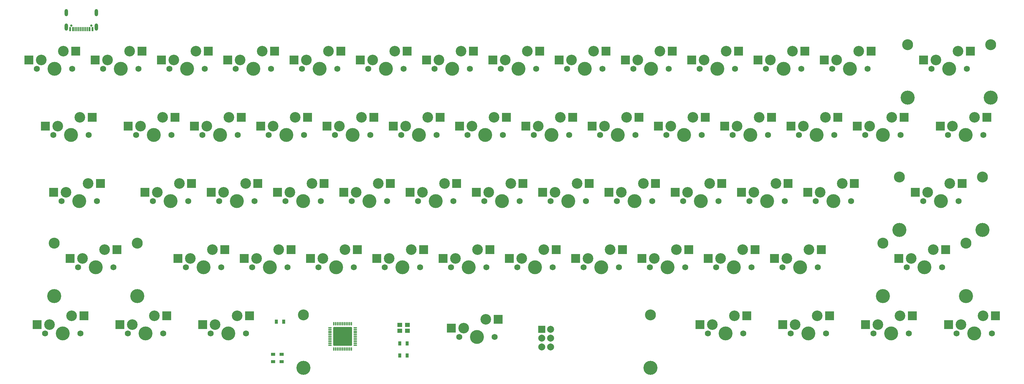
<source format=gbr>
%TF.GenerationSoftware,KiCad,Pcbnew,(6.0.8)*%
%TF.CreationDate,2022-12-31T11:57:47+00:00*%
%TF.ProjectId,USBKB,5553424b-422e-46b6-9963-61645f706362,rev?*%
%TF.SameCoordinates,Original*%
%TF.FileFunction,Soldermask,Top*%
%TF.FilePolarity,Negative*%
%FSLAX46Y46*%
G04 Gerber Fmt 4.6, Leading zero omitted, Abs format (unit mm)*
G04 Created by KiCad (PCBNEW (6.0.8)) date 2022-12-31 11:57:47*
%MOMM*%
%LPD*%
G01*
G04 APERTURE LIST*
G04 Aperture macros list*
%AMRoundRect*
0 Rectangle with rounded corners*
0 $1 Rounding radius*
0 $2 $3 $4 $5 $6 $7 $8 $9 X,Y pos of 4 corners*
0 Add a 4 corners polygon primitive as box body*
4,1,4,$2,$3,$4,$5,$6,$7,$8,$9,$2,$3,0*
0 Add four circle primitives for the rounded corners*
1,1,$1+$1,$2,$3*
1,1,$1+$1,$4,$5*
1,1,$1+$1,$6,$7*
1,1,$1+$1,$8,$9*
0 Add four rect primitives between the rounded corners*
20,1,$1+$1,$2,$3,$4,$5,0*
20,1,$1+$1,$4,$5,$6,$7,0*
20,1,$1+$1,$6,$7,$8,$9,0*
20,1,$1+$1,$8,$9,$2,$3,0*%
G04 Aperture macros list end*
%ADD10C,3.050000*%
%ADD11C,1.750000*%
%ADD12C,4.000000*%
%ADD13R,2.550000X2.500000*%
%ADD14C,4.038600*%
%ADD15C,3.150000*%
%ADD16O,1.000000X2.100000*%
%ADD17C,0.650000*%
%ADD18R,0.600000X1.150000*%
%ADD19R,0.300000X1.150000*%
%ADD20R,1.300000X0.900000*%
%ADD21R,0.900000X1.300000*%
%ADD22R,2.000000X2.000000*%
%ADD23C,2.000000*%
%ADD24O,1.150000X0.300000*%
%ADD25O,0.300000X1.150000*%
%ADD26RoundRect,0.200000X-2.500000X-2.500000X2.500000X-2.500000X2.500000X2.500000X-2.500000X2.500000X0*%
%ADD27R,1.400000X1.200000*%
G04 APERTURE END LIST*
D10*
%TO.C,KSEVEN1*%
X162716180Y-36410000D03*
D11*
X161446180Y-38950000D03*
X171606180Y-38950000D03*
D10*
X169066180Y-33870000D03*
D12*
X166526180Y-38950000D03*
D13*
X172616180Y-33870000D03*
X159166180Y-36410000D03*
%TD*%
D10*
%TO.C,KBSPACE1*%
X286541005Y-36410000D03*
D12*
X290351005Y-38950000D03*
D14*
X302289005Y-47205000D03*
X278413005Y-47205000D03*
D15*
X302289005Y-31965000D03*
D10*
X292891005Y-33870000D03*
D11*
X295431005Y-38950000D03*
X285271005Y-38950000D03*
D15*
X278413005Y-31965000D03*
D13*
X296441005Y-33870000D03*
X282991005Y-36410000D03*
%TD*%
D11*
%TO.C,KE1*%
X104930003Y-58000000D03*
D10*
X102390003Y-52920000D03*
D12*
X99850003Y-58000000D03*
D11*
X94770003Y-58000000D03*
D10*
X96040003Y-55460000D03*
D13*
X105940003Y-52920000D03*
X92490003Y-55460000D03*
%TD*%
D10*
%TO.C,KBSLASH1*%
X291302005Y-55460000D03*
X297652005Y-52920000D03*
D11*
X290032005Y-58000000D03*
D12*
X295112005Y-58000000D03*
D11*
X300192005Y-58000000D03*
D13*
X301202005Y-52920000D03*
X287752005Y-55460000D03*
%TD*%
D10*
%TO.C,KA1*%
X69053005Y-71970000D03*
D11*
X61433005Y-77050000D03*
D12*
X66513005Y-77050000D03*
D11*
X71593005Y-77050000D03*
D10*
X62703005Y-74510000D03*
D13*
X72603005Y-71970000D03*
X59153005Y-74510000D03*
%TD*%
D15*
%TO.C,KSPACE1*%
X204466505Y-109800000D03*
D10*
X157159005Y-111070000D03*
D15*
X104771505Y-109800000D03*
D11*
X159699005Y-116150000D03*
X149539005Y-116150000D03*
D12*
X154619005Y-116150000D03*
D14*
X104771505Y-125040000D03*
D10*
X150809005Y-113610000D03*
D14*
X204466505Y-125040000D03*
D13*
X160709005Y-111070000D03*
X147259005Y-113610000D03*
%TD*%
D10*
%TO.C,KC1*%
X116678005Y-91020000D03*
X110328005Y-93560000D03*
D11*
X119218005Y-96100000D03*
D12*
X114138005Y-96100000D03*
D11*
X109058005Y-96100000D03*
D13*
X120228005Y-91020000D03*
X106778005Y-93560000D03*
%TD*%
D10*
%TO.C,KS1*%
X81753005Y-74510000D03*
X88103005Y-71970000D03*
D12*
X85563005Y-77050000D03*
D11*
X80483005Y-77050000D03*
X90643005Y-77050000D03*
D13*
X91653005Y-71970000D03*
X78203005Y-74510000D03*
%TD*%
D11*
%TO.C,KF1*%
X118583005Y-77050000D03*
D12*
X123663005Y-77050000D03*
D10*
X119853005Y-74510000D03*
X126203005Y-71970000D03*
D11*
X128743005Y-77050000D03*
D13*
X129753005Y-71970000D03*
X116303005Y-74510000D03*
%TD*%
D10*
%TO.C,KY1*%
X159540000Y-52920000D03*
D11*
X151920000Y-58000000D03*
D10*
X153190000Y-55460000D03*
D12*
X157000000Y-58000000D03*
D11*
X162080000Y-58000000D03*
D13*
X163090000Y-52920000D03*
X149640000Y-55460000D03*
%TD*%
D11*
%TO.C,KCAPS1*%
X35239005Y-77050000D03*
D10*
X36509005Y-74510000D03*
X42859005Y-71970000D03*
D12*
X40319005Y-77050000D03*
D11*
X45399005Y-77050000D03*
D13*
X46409005Y-71970000D03*
X32959005Y-74510000D03*
%TD*%
D10*
%TO.C,KL1*%
X215103005Y-74510000D03*
D11*
X213833005Y-77050000D03*
D12*
X218913005Y-77050000D03*
D10*
X221453005Y-71970000D03*
D11*
X223993005Y-77050000D03*
D13*
X225003005Y-71970000D03*
X211553005Y-74510000D03*
%TD*%
D11*
%TO.C,KB1*%
X157318005Y-96100000D03*
D10*
X154778005Y-91020000D03*
D12*
X152238005Y-96100000D03*
D11*
X147158005Y-96100000D03*
D10*
X148428005Y-93560000D03*
D13*
X158328005Y-91020000D03*
X144878005Y-93560000D03*
%TD*%
D10*
%TO.C,KEIGHT1*%
X181766205Y-36410000D03*
D11*
X190656205Y-38950000D03*
D10*
X188116205Y-33870000D03*
D11*
X180496205Y-38950000D03*
D12*
X185576205Y-38950000D03*
D13*
X191666205Y-33870000D03*
X178216205Y-36410000D03*
%TD*%
D10*
%TO.C,KRALT1*%
X228596005Y-110070000D03*
D11*
X220976005Y-115150000D03*
D10*
X222246005Y-112610000D03*
D11*
X231136005Y-115150000D03*
D12*
X226056005Y-115150000D03*
D13*
X232146005Y-110070000D03*
X218696005Y-112610000D03*
%TD*%
D10*
%TO.C,KU1*%
X178589999Y-52920000D03*
X172239999Y-55460000D03*
D12*
X176049999Y-58000000D03*
D11*
X181129999Y-58000000D03*
X170969999Y-58000000D03*
D13*
X182139999Y-52920000D03*
X168689999Y-55460000D03*
%TD*%
D16*
%TO.C,U1*%
X45220002Y-22765000D03*
X36580002Y-26945000D03*
X36580002Y-22765000D03*
D17*
X38010002Y-26445000D03*
X43790002Y-26445000D03*
D16*
X45220002Y-26945000D03*
D18*
X44100002Y-27520000D03*
X43300002Y-27520000D03*
D19*
X42150002Y-27520000D03*
X41150002Y-27520000D03*
X40650002Y-27520000D03*
X39650002Y-27520000D03*
D18*
X37700002Y-27520000D03*
X38500002Y-27520000D03*
D19*
X39150002Y-27520000D03*
X40150002Y-27520000D03*
X41650002Y-27520000D03*
X42650002Y-27520000D03*
%TD*%
D11*
%TO.C,KJ1*%
X185893005Y-77050000D03*
D10*
X183353005Y-71970000D03*
D11*
X175733005Y-77050000D03*
D12*
X180813005Y-77050000D03*
D10*
X177003005Y-74510000D03*
D13*
X186903005Y-71970000D03*
X173453005Y-74510000D03*
%TD*%
D11*
%TO.C,KSC1*%
X243043005Y-77050000D03*
D12*
X237963005Y-77050000D03*
D10*
X234153005Y-74510000D03*
X240503005Y-71970000D03*
D11*
X232883005Y-77050000D03*
D13*
X244053005Y-71970000D03*
X230603005Y-74510000D03*
%TD*%
D11*
%TO.C,KRB1*%
X266219994Y-58000000D03*
D12*
X271299994Y-58000000D03*
D10*
X267489994Y-55460000D03*
D11*
X276379994Y-58000000D03*
D10*
X273839994Y-52920000D03*
D13*
X277389994Y-52920000D03*
X263939994Y-55460000D03*
%TD*%
D11*
%TO.C,KZERO1*%
X218596255Y-38950000D03*
D12*
X223676255Y-38950000D03*
D10*
X226216255Y-33870000D03*
D11*
X228756255Y-38950000D03*
D10*
X219866255Y-36410000D03*
D13*
X229766255Y-33870000D03*
X216316255Y-36410000D03*
%TD*%
D10*
%TO.C,KDASH1*%
X245266280Y-33870000D03*
X238916280Y-36410000D03*
D11*
X247806280Y-38950000D03*
D12*
X242726280Y-38950000D03*
D11*
X237646280Y-38950000D03*
D13*
X248816280Y-33870000D03*
X235366280Y-36410000D03*
%TD*%
D10*
%TO.C,KLALT1*%
X85722505Y-110070000D03*
D12*
X83182505Y-115150000D03*
D11*
X88262505Y-115150000D03*
X78102505Y-115150000D03*
D10*
X79372505Y-112610000D03*
D13*
X89272505Y-110070000D03*
X75822505Y-112610000D03*
%TD*%
D20*
%TO.C,R2*%
X96000000Y-121150000D03*
X96000000Y-123250000D03*
%TD*%
D12*
%TO.C,KRCTRL1*%
X273681337Y-115150000D03*
D11*
X278761337Y-115150000D03*
D10*
X276221337Y-110070000D03*
D11*
X268601337Y-115150000D03*
D10*
X269871337Y-112610000D03*
D13*
X279771337Y-110070000D03*
X266321337Y-112610000D03*
%TD*%
D11*
%TO.C,KZ1*%
X70958005Y-96100000D03*
D10*
X78578005Y-91020000D03*
X72228005Y-93560000D03*
D12*
X76038005Y-96100000D03*
D11*
X81118005Y-96100000D03*
D13*
X82128005Y-91020000D03*
X68678005Y-93560000D03*
%TD*%
D10*
%TO.C,KW1*%
X83340004Y-52920000D03*
D11*
X75720004Y-58000000D03*
X85880004Y-58000000D03*
D10*
X76990004Y-55460000D03*
D12*
X80800004Y-58000000D03*
D13*
X86890004Y-52920000D03*
X73440004Y-55460000D03*
%TD*%
D10*
%TO.C,KLCTRL1*%
X38097005Y-110070000D03*
X31747005Y-112610000D03*
D12*
X35557005Y-115150000D03*
D11*
X30477005Y-115150000D03*
X40637005Y-115150000D03*
D13*
X41647005Y-110070000D03*
X28197005Y-112610000D03*
%TD*%
D11*
%TO.C,KLS1*%
X40002005Y-96100000D03*
D15*
X57020005Y-89115000D03*
D10*
X47622005Y-91020000D03*
D15*
X33144005Y-89115000D03*
D14*
X33144005Y-104355000D03*
D12*
X45082005Y-96100000D03*
D10*
X41272005Y-93560000D03*
D11*
X50162005Y-96100000D03*
D14*
X57020005Y-104355000D03*
D13*
X51172005Y-91020000D03*
X37722005Y-93560000D03*
%TD*%
D10*
%TO.C,KFIVE1*%
X124616130Y-36410000D03*
X130966130Y-33870000D03*
D12*
X128426130Y-38950000D03*
D11*
X133506130Y-38950000D03*
X123346130Y-38950000D03*
D13*
X134516130Y-33870000D03*
X121066130Y-36410000D03*
%TD*%
D12*
%TO.C,KRMETA1*%
X249868671Y-115150000D03*
D11*
X254948671Y-115150000D03*
X244788671Y-115150000D03*
D10*
X246058671Y-112610000D03*
X252408671Y-110070000D03*
D13*
X255958671Y-110070000D03*
X242508671Y-112610000D03*
%TD*%
D12*
%TO.C,KFOUR1*%
X109376105Y-38950000D03*
D11*
X104296105Y-38950000D03*
D10*
X105566105Y-36410000D03*
D11*
X114456105Y-38950000D03*
D10*
X111916105Y-33870000D03*
D13*
X115466105Y-33870000D03*
X102016105Y-36410000D03*
%TD*%
D11*
%TO.C,KQ1*%
X66830005Y-58000000D03*
D12*
X61750005Y-58000000D03*
D10*
X57940005Y-55460000D03*
X64290005Y-52920000D03*
D11*
X56670005Y-58000000D03*
D13*
X67840005Y-52920000D03*
X54390005Y-55460000D03*
%TD*%
D10*
%TO.C,KI1*%
X197639998Y-52920000D03*
D11*
X190019998Y-58000000D03*
D10*
X191289998Y-55460000D03*
D11*
X200179998Y-58000000D03*
D12*
X195099998Y-58000000D03*
D13*
X201189998Y-52920000D03*
X187739998Y-55460000D03*
%TD*%
D10*
%TO.C,KK1*%
X202403005Y-71970000D03*
X196053005Y-74510000D03*
D12*
X199863005Y-77050000D03*
D11*
X194783005Y-77050000D03*
X204943005Y-77050000D03*
D13*
X205953005Y-71970000D03*
X192503005Y-74510000D03*
%TD*%
D10*
%TO.C,KLMETA1*%
X55559755Y-112610000D03*
D11*
X64449755Y-115150000D03*
X54289755Y-115150000D03*
D10*
X61909755Y-110070000D03*
D12*
X59369755Y-115150000D03*
D13*
X65459755Y-110070000D03*
X52009755Y-112610000D03*
%TD*%
D10*
%TO.C,KTWO1*%
X73816055Y-33870000D03*
D11*
X66196055Y-38950000D03*
X76356055Y-38950000D03*
D12*
X71276055Y-38950000D03*
D10*
X67466055Y-36410000D03*
D13*
X77366055Y-33870000D03*
X63916055Y-36410000D03*
%TD*%
D10*
%TO.C,KEQUALS1*%
X264316305Y-33870000D03*
D12*
X261776305Y-38950000D03*
D11*
X266856305Y-38950000D03*
D10*
X257966305Y-36410000D03*
D11*
X256696305Y-38950000D03*
D13*
X267866305Y-33870000D03*
X254416305Y-36410000D03*
%TD*%
D12*
%TO.C,KONE1*%
X52226030Y-38950000D03*
D11*
X47146030Y-38950000D03*
X57306030Y-38950000D03*
D10*
X54766030Y-33870000D03*
X48416030Y-36410000D03*
D13*
X58316030Y-33870000D03*
X44866030Y-36410000D03*
%TD*%
D12*
%TO.C,KNINE1*%
X204626230Y-38950000D03*
D10*
X207166230Y-33870000D03*
D11*
X199546230Y-38950000D03*
X209706230Y-38950000D03*
D10*
X200816230Y-36410000D03*
D13*
X210716230Y-33870000D03*
X197266230Y-36410000D03*
%TD*%
D11*
%TO.C,KAP1*%
X251933005Y-77050000D03*
X262093005Y-77050000D03*
D10*
X259553005Y-71970000D03*
X253203005Y-74510000D03*
D12*
X257013005Y-77050000D03*
D13*
X263103005Y-71970000D03*
X249653005Y-74510000D03*
%TD*%
D21*
%TO.C,C2*%
X134550000Y-118000000D03*
X132450000Y-118000000D03*
%TD*%
%TO.C,C3*%
X134550000Y-121500000D03*
X132450000Y-121500000D03*
%TD*%
D12*
%TO.C,KFN1*%
X297494003Y-115150000D03*
D10*
X300034003Y-110070000D03*
X293684003Y-112610000D03*
D11*
X302574003Y-115150000D03*
X292414003Y-115150000D03*
D13*
X303584003Y-110070000D03*
X290134003Y-112610000D03*
%TD*%
D11*
%TO.C,KH1*%
X166843005Y-77050000D03*
X156683005Y-77050000D03*
D10*
X164303005Y-71970000D03*
X157953005Y-74510000D03*
D12*
X161763005Y-77050000D03*
D13*
X167853005Y-71970000D03*
X154403005Y-74510000D03*
%TD*%
D12*
%TO.C,KFSLASH1*%
X247488005Y-96100000D03*
D11*
X242408005Y-96100000D03*
D10*
X250028005Y-91020000D03*
X243678005Y-93560000D03*
D11*
X252568005Y-96100000D03*
D13*
X253578005Y-91020000D03*
X240128005Y-93560000D03*
%TD*%
D21*
%TO.C,C1*%
X96950000Y-111750000D03*
X99050000Y-111750000D03*
%TD*%
D12*
%TO.C,KRS1*%
X283207005Y-96100000D03*
D14*
X271269005Y-104355000D03*
D10*
X279397005Y-93560000D03*
D14*
X295145005Y-104355000D03*
D15*
X295145005Y-89115000D03*
D11*
X288287005Y-96100000D03*
D10*
X285747005Y-91020000D03*
D15*
X271269005Y-89115000D03*
D11*
X278127005Y-96100000D03*
D13*
X289297005Y-91020000D03*
X275847005Y-93560000D03*
%TD*%
D10*
%TO.C,KO1*%
X210339997Y-55460000D03*
D11*
X209069997Y-58000000D03*
X219229997Y-58000000D03*
D12*
X214149997Y-58000000D03*
D10*
X216689997Y-52920000D03*
D13*
X220239997Y-52920000D03*
X206789997Y-55460000D03*
%TD*%
D10*
%TO.C,KESC1*%
X35716005Y-33870000D03*
X29366005Y-36410000D03*
D12*
X33176005Y-38950000D03*
D11*
X38256005Y-38950000D03*
X28096005Y-38950000D03*
D13*
X39266005Y-33870000D03*
X25816005Y-36410000D03*
%TD*%
D22*
%TO.C,U2*%
X173230000Y-113960000D03*
D23*
X175770000Y-113960000D03*
X173230000Y-116500000D03*
X175770000Y-116500000D03*
X173230000Y-119040000D03*
X175770000Y-119040000D03*
%TD*%
D24*
%TO.C,U3*%
X112375000Y-113500000D03*
X112375000Y-114000000D03*
X112375000Y-114500000D03*
X112375000Y-115000000D03*
X112375000Y-115500000D03*
X112375000Y-116000000D03*
X112375000Y-116500000D03*
X112375000Y-117000000D03*
X112375000Y-117500000D03*
X112375000Y-118000000D03*
X112375000Y-118500000D03*
D25*
X113500000Y-119625000D03*
X114000000Y-119625000D03*
X114500000Y-119625000D03*
X115000000Y-119625000D03*
X115500000Y-119625000D03*
X116000000Y-119625000D03*
X116500000Y-119625000D03*
X117000000Y-119625000D03*
X117500000Y-119625000D03*
X118000000Y-119625000D03*
X118500000Y-119625000D03*
D24*
X119625000Y-118500000D03*
X119625000Y-118000000D03*
X119625000Y-117500000D03*
X119625000Y-117000000D03*
X119625000Y-116500000D03*
X119625000Y-116000000D03*
X119625000Y-115500000D03*
X119625000Y-115000000D03*
X119625000Y-114500000D03*
X119625000Y-114000000D03*
X119625000Y-113500000D03*
D25*
X118500000Y-112375000D03*
X118000000Y-112375000D03*
X117500000Y-112375000D03*
X117000000Y-112375000D03*
X116500000Y-112375000D03*
X116000000Y-112375000D03*
X115500000Y-112375000D03*
X115000000Y-112375000D03*
X114500000Y-112375000D03*
X114000000Y-112375000D03*
X113500000Y-112375000D03*
D26*
X116000000Y-116000000D03*
%TD*%
D10*
%TO.C,KTAB1*%
X40478005Y-52920000D03*
D11*
X32858005Y-58000000D03*
X43018005Y-58000000D03*
D12*
X37938005Y-58000000D03*
D10*
X34128005Y-55460000D03*
D13*
X44028005Y-52920000D03*
X30578005Y-55460000D03*
%TD*%
D12*
%TO.C,KN1*%
X171288005Y-96100000D03*
D11*
X166208005Y-96100000D03*
X176368005Y-96100000D03*
D10*
X173828005Y-91020000D03*
X167478005Y-93560000D03*
D13*
X177378005Y-91020000D03*
X163928005Y-93560000D03*
%TD*%
D11*
%TO.C,KCOMMA1*%
X204308005Y-96100000D03*
X214468005Y-96100000D03*
D12*
X209388005Y-96100000D03*
D10*
X211928005Y-91020000D03*
X205578005Y-93560000D03*
D13*
X215478005Y-91020000D03*
X202028005Y-93560000D03*
%TD*%
D12*
%TO.C,KR1*%
X118900002Y-58000000D03*
D11*
X113820002Y-58000000D03*
D10*
X121440002Y-52920000D03*
X115090002Y-55460000D03*
D11*
X123980002Y-58000000D03*
D13*
X124990002Y-52920000D03*
X111540002Y-55460000D03*
%TD*%
D12*
%TO.C,KPERIOD1*%
X228438005Y-96100000D03*
D10*
X224628005Y-93560000D03*
X230978005Y-91020000D03*
D11*
X233518005Y-96100000D03*
X223358005Y-96100000D03*
D13*
X234528005Y-91020000D03*
X221078005Y-93560000D03*
%TD*%
D20*
%TO.C,R1*%
X98500000Y-121150000D03*
X98500000Y-123250000D03*
%TD*%
D12*
%TO.C,KG1*%
X142713005Y-77050000D03*
D10*
X145253005Y-71970000D03*
X138903005Y-74510000D03*
D11*
X137633005Y-77050000D03*
X147793005Y-77050000D03*
D13*
X148803005Y-71970000D03*
X135353005Y-74510000D03*
%TD*%
D10*
%TO.C,KP1*%
X229389996Y-55460000D03*
D11*
X238279996Y-58000000D03*
X228119996Y-58000000D03*
D10*
X235739996Y-52920000D03*
D12*
X233199996Y-58000000D03*
D13*
X239289996Y-52920000D03*
X225839996Y-55460000D03*
%TD*%
D10*
%TO.C,KM1*%
X192878005Y-91020000D03*
D11*
X185258005Y-96100000D03*
D10*
X186528005Y-93560000D03*
D11*
X195418005Y-96100000D03*
D12*
X190338005Y-96100000D03*
D13*
X196428005Y-91020000D03*
X182978005Y-93560000D03*
%TD*%
D10*
%TO.C,KSIX1*%
X143666155Y-36410000D03*
D12*
X147476155Y-38950000D03*
D11*
X152556155Y-38950000D03*
D10*
X150016155Y-33870000D03*
D11*
X142396155Y-38950000D03*
D13*
X153566155Y-33870000D03*
X140116155Y-36410000D03*
%TD*%
D15*
%TO.C,KRETURN1*%
X299907005Y-70065000D03*
D14*
X299907005Y-85305000D03*
D12*
X287969005Y-77050000D03*
D11*
X282889005Y-77050000D03*
D15*
X276031005Y-70065000D03*
D14*
X276031005Y-85305000D03*
D10*
X290509005Y-71970000D03*
X284159005Y-74510000D03*
D11*
X293049005Y-77050000D03*
D13*
X294059005Y-71970000D03*
X280609005Y-74510000D03*
%TD*%
D11*
%TO.C,KTHREE1*%
X85246080Y-38950000D03*
D10*
X92866080Y-33870000D03*
X86516080Y-36410000D03*
D11*
X95406080Y-38950000D03*
D12*
X90326080Y-38950000D03*
D13*
X96416080Y-33870000D03*
X82966080Y-36410000D03*
%TD*%
D11*
%TO.C,KX1*%
X90008005Y-96100000D03*
D10*
X97628005Y-91020000D03*
X91278005Y-93560000D03*
D11*
X100168005Y-96100000D03*
D12*
X95088005Y-96100000D03*
D13*
X101178005Y-91020000D03*
X87728005Y-93560000D03*
%TD*%
D10*
%TO.C,KT1*%
X134140001Y-55460000D03*
X140490001Y-52920000D03*
D12*
X137950001Y-58000000D03*
D11*
X143030001Y-58000000D03*
X132870001Y-58000000D03*
D13*
X144040001Y-52920000D03*
X130590001Y-55460000D03*
%TD*%
D11*
%TO.C,KLB1*%
X257329995Y-58000000D03*
D10*
X248439995Y-55460000D03*
X254789995Y-52920000D03*
D11*
X247169995Y-58000000D03*
D12*
X252249995Y-58000000D03*
D13*
X258339995Y-52920000D03*
X244889995Y-55460000D03*
%TD*%
D10*
%TO.C,KV1*%
X135728005Y-91020000D03*
D12*
X133188005Y-96100000D03*
D11*
X128108005Y-96100000D03*
X138268005Y-96100000D03*
D10*
X129378005Y-93560000D03*
D13*
X139278005Y-91020000D03*
X125828005Y-93560000D03*
%TD*%
D27*
%TO.C,Y1*%
X132400000Y-114350000D03*
X134600000Y-114350000D03*
X134600000Y-112650000D03*
X132400000Y-112650000D03*
%TD*%
D11*
%TO.C,KD1*%
X99533005Y-77050000D03*
D10*
X107153005Y-71970000D03*
X100803005Y-74510000D03*
D11*
X109693005Y-77050000D03*
D12*
X104613005Y-77050000D03*
D13*
X110703005Y-71970000D03*
X97253005Y-74510000D03*
%TD*%
M02*

</source>
